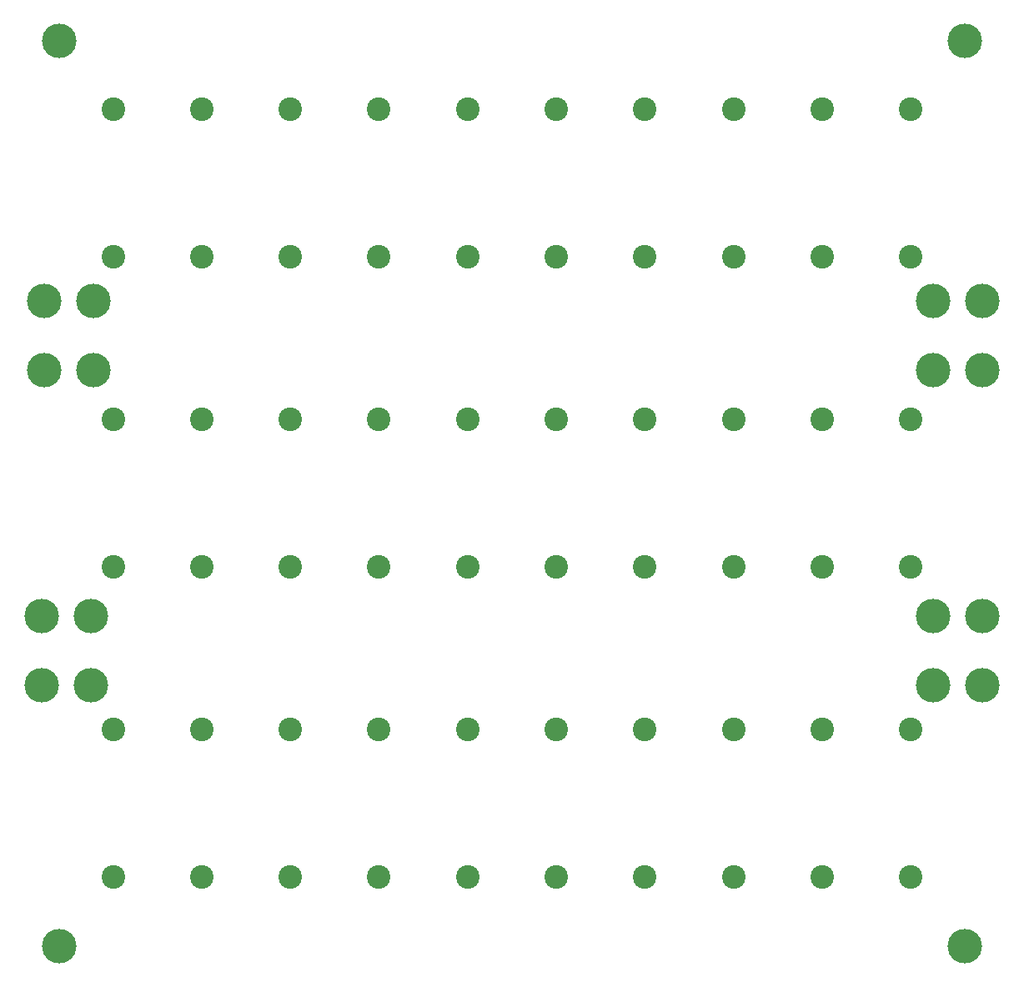
<source format=gbr>
G04 #@! TF.GenerationSoftware,KiCad,Pcbnew,5.0.2-bee76a0~70~ubuntu18.04.1*
G04 #@! TF.CreationDate,2019-01-25T00:18:25-08:00*
G04 #@! TF.ProjectId,mmc,6d6d632e-6b69-4636-9164-5f7063625858,rev?*
G04 #@! TF.SameCoordinates,Original*
G04 #@! TF.FileFunction,Copper,L1,Top*
G04 #@! TF.FilePolarity,Positive*
%FSLAX46Y46*%
G04 Gerber Fmt 4.6, Leading zero omitted, Abs format (unit mm)*
G04 Created by KiCad (PCBNEW 5.0.2-bee76a0~70~ubuntu18.04.1) date Fri 25 Jan 2019 12:18:25 AM PST*
%MOMM*%
%LPD*%
G01*
G04 APERTURE LIST*
G04 #@! TA.AperFunction,ComponentPad*
%ADD10C,2.400000*%
G04 #@! TD*
G04 #@! TA.AperFunction,ComponentPad*
%ADD11C,3.500000*%
G04 #@! TD*
G04 #@! TA.AperFunction,WasherPad*
%ADD12C,3.500000*%
G04 #@! TD*
G04 APERTURE END LIST*
D10*
G04 #@! TO.P,C1001,1*
G04 #@! TO.N,Net-(C1001-Pad1)*
X59500000Y-86000000D03*
G04 #@! TO.P,C1001,2*
G04 #@! TO.N,Net-(C1001-Pad2)*
X59500000Y-71000000D03*
G04 #@! TD*
G04 #@! TO.P,C1002,2*
G04 #@! TO.N,Net-(C1002-Pad2)*
X68500000Y-86000000D03*
G04 #@! TO.P,C1002,1*
G04 #@! TO.N,Net-(C1001-Pad2)*
X68500000Y-71000000D03*
G04 #@! TD*
G04 #@! TO.P,C1003,1*
G04 #@! TO.N,Net-(C1002-Pad2)*
X77500000Y-86000000D03*
G04 #@! TO.P,C1003,2*
G04 #@! TO.N,Net-(C1003-Pad2)*
X77500000Y-71000000D03*
G04 #@! TD*
G04 #@! TO.P,C1004,2*
G04 #@! TO.N,Net-(C1004-Pad2)*
X86500000Y-86000000D03*
G04 #@! TO.P,C1004,1*
G04 #@! TO.N,Net-(C1003-Pad2)*
X86500000Y-71000000D03*
G04 #@! TD*
G04 #@! TO.P,C1005,1*
G04 #@! TO.N,Net-(C1004-Pad2)*
X95500000Y-86000000D03*
G04 #@! TO.P,C1005,2*
G04 #@! TO.N,Net-(C1005-Pad2)*
X95500000Y-71000000D03*
G04 #@! TD*
G04 #@! TO.P,C1006,2*
G04 #@! TO.N,Net-(C1006-Pad2)*
X104500000Y-86000000D03*
G04 #@! TO.P,C1006,1*
G04 #@! TO.N,Net-(C1005-Pad2)*
X104500000Y-71000000D03*
G04 #@! TD*
G04 #@! TO.P,C1007,1*
G04 #@! TO.N,Net-(C1006-Pad2)*
X113500000Y-86000000D03*
G04 #@! TO.P,C1007,2*
G04 #@! TO.N,Net-(C1007-Pad2)*
X113500000Y-71000000D03*
G04 #@! TD*
G04 #@! TO.P,C1008,2*
G04 #@! TO.N,Net-(C1008-Pad2)*
X122500000Y-86000000D03*
G04 #@! TO.P,C1008,1*
G04 #@! TO.N,Net-(C1007-Pad2)*
X122500000Y-71000000D03*
G04 #@! TD*
G04 #@! TO.P,C1009,1*
G04 #@! TO.N,Net-(C1008-Pad2)*
X131500000Y-86000000D03*
G04 #@! TO.P,C1009,2*
G04 #@! TO.N,Net-(C1009-Pad2)*
X131500000Y-71000000D03*
G04 #@! TD*
G04 #@! TO.P,C1010,2*
G04 #@! TO.N,Net-(C1010-Pad2)*
X140500000Y-86000000D03*
G04 #@! TO.P,C1010,1*
G04 #@! TO.N,Net-(C1009-Pad2)*
X140500000Y-71000000D03*
G04 #@! TD*
G04 #@! TO.P,C1011,1*
G04 #@! TO.N,Net-(C1001-Pad1)*
X59500000Y-102500000D03*
G04 #@! TO.P,C1011,2*
G04 #@! TO.N,Net-(C1011-Pad2)*
X59500000Y-117500000D03*
G04 #@! TD*
G04 #@! TO.P,C1012,2*
G04 #@! TO.N,Net-(C1012-Pad2)*
X68500000Y-102500000D03*
G04 #@! TO.P,C1012,1*
G04 #@! TO.N,Net-(C1011-Pad2)*
X68500000Y-117500000D03*
G04 #@! TD*
G04 #@! TO.P,C1013,2*
G04 #@! TO.N,Net-(C1013-Pad2)*
X77500000Y-117500000D03*
G04 #@! TO.P,C1013,1*
G04 #@! TO.N,Net-(C1012-Pad2)*
X77500000Y-102500000D03*
G04 #@! TD*
G04 #@! TO.P,C1014,2*
G04 #@! TO.N,Net-(C1014-Pad2)*
X86500000Y-102500000D03*
G04 #@! TO.P,C1014,1*
G04 #@! TO.N,Net-(C1013-Pad2)*
X86500000Y-117500000D03*
G04 #@! TD*
G04 #@! TO.P,C1015,1*
G04 #@! TO.N,Net-(C1014-Pad2)*
X95500000Y-102500000D03*
G04 #@! TO.P,C1015,2*
G04 #@! TO.N,Net-(C1015-Pad2)*
X95500000Y-117500000D03*
G04 #@! TD*
G04 #@! TO.P,C1016,2*
G04 #@! TO.N,Net-(C1016-Pad2)*
X104500000Y-102500000D03*
G04 #@! TO.P,C1016,1*
G04 #@! TO.N,Net-(C1015-Pad2)*
X104500000Y-117500000D03*
G04 #@! TD*
G04 #@! TO.P,C1017,1*
G04 #@! TO.N,Net-(C1016-Pad2)*
X113500000Y-102500000D03*
G04 #@! TO.P,C1017,2*
G04 #@! TO.N,Net-(C1017-Pad2)*
X113500000Y-117500000D03*
G04 #@! TD*
G04 #@! TO.P,C1018,1*
G04 #@! TO.N,Net-(C1017-Pad2)*
X122500000Y-117500000D03*
G04 #@! TO.P,C1018,2*
G04 #@! TO.N,Net-(C1018-Pad2)*
X122500000Y-102500000D03*
G04 #@! TD*
G04 #@! TO.P,C1019,2*
G04 #@! TO.N,Net-(C1019-Pad2)*
X131500000Y-117500000D03*
G04 #@! TO.P,C1019,1*
G04 #@! TO.N,Net-(C1018-Pad2)*
X131500000Y-102500000D03*
G04 #@! TD*
G04 #@! TO.P,C1020,1*
G04 #@! TO.N,Net-(C1019-Pad2)*
X140500000Y-117500000D03*
G04 #@! TO.P,C1020,2*
G04 #@! TO.N,Net-(C1010-Pad2)*
X140500000Y-102500000D03*
G04 #@! TD*
G04 #@! TO.P,C1021,2*
G04 #@! TO.N,Net-(C1021-Pad2)*
X59500000Y-149000000D03*
G04 #@! TO.P,C1021,1*
G04 #@! TO.N,Net-(C1001-Pad1)*
X59500000Y-134000000D03*
G04 #@! TD*
G04 #@! TO.P,C1022,1*
G04 #@! TO.N,Net-(C1021-Pad2)*
X68500000Y-149000000D03*
G04 #@! TO.P,C1022,2*
G04 #@! TO.N,Net-(C1022-Pad2)*
X68500000Y-134000000D03*
G04 #@! TD*
G04 #@! TO.P,C1023,2*
G04 #@! TO.N,Net-(C1023-Pad2)*
X77500000Y-149000000D03*
G04 #@! TO.P,C1023,1*
G04 #@! TO.N,Net-(C1022-Pad2)*
X77500000Y-134000000D03*
G04 #@! TD*
G04 #@! TO.P,C1024,1*
G04 #@! TO.N,Net-(C1023-Pad2)*
X86500000Y-149000000D03*
G04 #@! TO.P,C1024,2*
G04 #@! TO.N,Net-(C1024-Pad2)*
X86500000Y-134000000D03*
G04 #@! TD*
G04 #@! TO.P,C1025,2*
G04 #@! TO.N,Net-(C1025-Pad2)*
X95500000Y-149000000D03*
G04 #@! TO.P,C1025,1*
G04 #@! TO.N,Net-(C1024-Pad2)*
X95500000Y-134000000D03*
G04 #@! TD*
G04 #@! TO.P,C1026,1*
G04 #@! TO.N,Net-(C1025-Pad2)*
X104500000Y-149000000D03*
G04 #@! TO.P,C1026,2*
G04 #@! TO.N,Net-(C1026-Pad2)*
X104500000Y-134000000D03*
G04 #@! TD*
G04 #@! TO.P,C1027,2*
G04 #@! TO.N,Net-(C1027-Pad2)*
X113500000Y-149000000D03*
G04 #@! TO.P,C1027,1*
G04 #@! TO.N,Net-(C1026-Pad2)*
X113500000Y-134000000D03*
G04 #@! TD*
G04 #@! TO.P,C1028,1*
G04 #@! TO.N,Net-(C1027-Pad2)*
X122500000Y-149000000D03*
G04 #@! TO.P,C1028,2*
G04 #@! TO.N,Net-(C1028-Pad2)*
X122500000Y-134000000D03*
G04 #@! TD*
G04 #@! TO.P,C1029,2*
G04 #@! TO.N,Net-(C1029-Pad2)*
X131500000Y-149000000D03*
G04 #@! TO.P,C1029,1*
G04 #@! TO.N,Net-(C1028-Pad2)*
X131500000Y-134000000D03*
G04 #@! TD*
G04 #@! TO.P,C1030,1*
G04 #@! TO.N,Net-(C1029-Pad2)*
X140500000Y-149000000D03*
G04 #@! TO.P,C1030,2*
G04 #@! TO.N,Net-(C1010-Pad2)*
X140500000Y-134000000D03*
G04 #@! TD*
D11*
G04 #@! TO.P,J1001,1*
G04 #@! TO.N,Net-(C1001-Pad1)*
X57500000Y-90495000D03*
X52500000Y-90495000D03*
X52500000Y-97505000D03*
X57500000Y-97505000D03*
G04 #@! TD*
G04 #@! TO.P,J1002,1*
G04 #@! TO.N,Net-(C1010-Pad2)*
X147750000Y-129505000D03*
X142750000Y-129505000D03*
X142750000Y-122495000D03*
X147750000Y-122495000D03*
G04 #@! TD*
D12*
G04 #@! TO.P,J1003,*
G04 #@! TO.N,*
X54000000Y-64000000D03*
G04 #@! TD*
G04 #@! TO.P,J1004,*
G04 #@! TO.N,*
X146000000Y-156000000D03*
G04 #@! TD*
G04 #@! TO.P,J1005,*
G04 #@! TO.N,*
X54000000Y-156000000D03*
G04 #@! TD*
G04 #@! TO.P,J1006,*
G04 #@! TO.N,*
X146000000Y-64000000D03*
G04 #@! TD*
D11*
G04 #@! TO.P,J1007,1*
G04 #@! TO.N,Net-(C1001-Pad1)*
X57250000Y-129505000D03*
X52250000Y-129505000D03*
X52250000Y-122495000D03*
X57250000Y-122495000D03*
G04 #@! TD*
G04 #@! TO.P,J1008,1*
G04 #@! TO.N,Net-(C1010-Pad2)*
X147750000Y-90495000D03*
X142750000Y-90495000D03*
X142750000Y-97505000D03*
X147750000Y-97505000D03*
G04 #@! TD*
M02*

</source>
